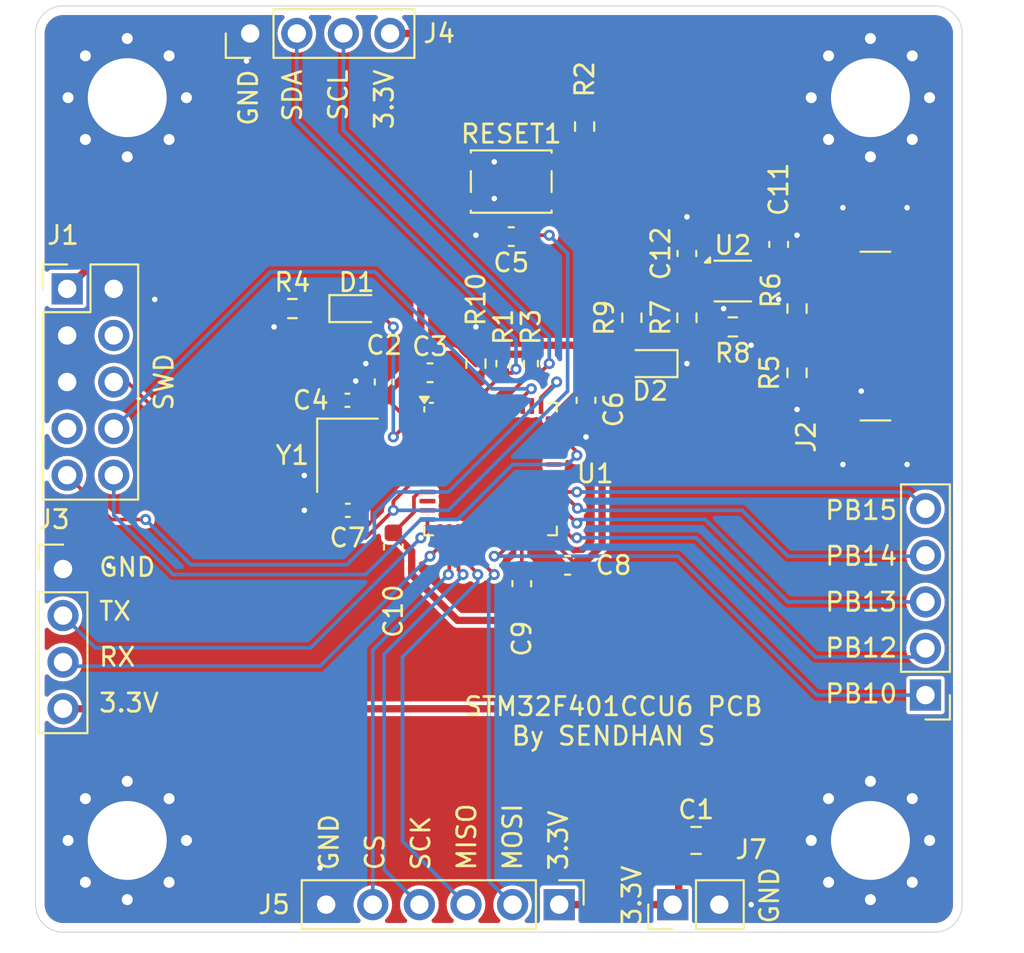
<source format=kicad_pcb>
(kicad_pcb (version 20240108) (generator "pcbnew") (generator_version "8.0")
  (title_block (title "STM32F401CCU6") (date "2026-01-14") (rev "1") (company "Sendhan S"))
  (layers (0 "F.Cu" signal) (31 "B.Cu" signal) (34 "B.Paste" user) (35 "F.Paste" user) (36 "B.SilkS" user "B.Silkscreen") (37 "F.SilkS" user "F.Silkscreen") (38 "B.Mask" user) (39 "F.Mask" user) (44 "Edge.Cuts" user))
  (net 0 "")
  (net 1 "/3V3")
  (net 2 "GND")
  (net 3 "Net-(U1-PH0)")
  (net 4 "/NRST")
  (net 5 "Net-(U1-PH1)")
  (net 6 "Net-(U1-VCAP1)")
  (net 7 "/5VUSB")
  (net 8 "/USER_LED")
  (net 9 "Net-(D1-K)")
  (net 10 "Net-(D2-A)")
  (net 11 "/SWDIO")
  (net 13 "/SWO")
  (net 14 "/SWCLK")
  (net 15 "Net-(J2-CC2)")
  (net 16 "Net-(J2-CC1)")
  (net 17 "/TX")
  (net 18 "/RX")
  (net 19 "/SCL")
  (net 20 "/SDA")
  (net 21 "/MISO")
  (net 22 "/SCK")
  (net 23 "/CS")
  (net 24 "/MOSI")
  (net 25 "/PB15")
  (net 26 "/PB10")
  (net 27 "/PB12")
  (net 28 "/PB14")
  (net 29 "/PB13")
  (net 30 "Net-(U2-FB)")
  (footprint "Resistor_SMD:R_0603_1608Metric" (layer "F.Cu") (at 124 69 90)
    (property "Reference" "R10")
    (property "Value" "10k")
  )
  (footprint "MountingHole:MountingHole_4.3mm_M4_Pad_Via" (layer "F.Cu") (at 105 95)
    (property "Reference" "H4" (hide yes))
    (property "Value" "MountingHole_Pad")
  )
  (footprint "Resistor_SMD:R_0603_1608Metric" (layer "F.Cu") (at 135.5 66.5 90)
    (property "Reference" "R7")
    (property "Value" "1M")
  )
  (footprint "Connector_PinHeader_2.54mm:PinHeader_1x05_P2.54mm_Vertical" (layer "F.Cu") (at 148.5 87.075 180)
    (property "Reference" "PB10")
    (property "Value" "Digital Output")
  )
  (footprint "Capacitor_SMD:C_0603_1608Metric" (layer "F.Cu") (at 130 71 -90)
    (property "Reference" "C6")
    (property "Value" "100nf")
  )
  (footprint "Capacitor_SMD:C_0603_1608Metric" (layer "F.Cu") (at 121.5 69.5)
    (property "Reference" "C3")
    (property "Value" "100nf")
  )
  (footprint "Package_SON:WSON-6-1EP_2x2mm_P0.65mm_EP1x1.6mm" (layer "F.Cu") (at 138 64.5)
    (property "Reference" "U2")
    (property "Value" "TLV75801PDRV" (hide yes))
  )
  (footprint "Resistor_SMD:R_0603_1608Metric" (layer "F.Cu") (at 141.5 69.5 -90)
    (property "Reference" "R5")
    (property "Value" "5.1k")
  )
  (footprint "Resistor_SMD:R_0603_1608Metric" (layer "F.Cu") (at 132.5 66.5 -90)
    (property "Reference" "R9")
    (property "Value" "5.1k")
  )
  (footprint "Resistor_SMD:R_0603_1608Metric" (layer "F.Cu") (at 129.925 56.075 90)
    (property "Reference" "R2")
    (property "Value" "10k")
  )
  (footprint "LED_SMD:LED_0603_1608Metric" (layer "F.Cu") (at 117.5 66)
    (property "Reference" "D1")
    (property "Value" "BLUE")
  )
  (footprint "Capacitor_SMD:C_0603_1608Metric" (layer "F.Cu") (at 129 80 180)
    (property "Reference" "C8")
    (property "Value" "100nf")
  )
  (footprint "Package_DFN_QFN:QFN-48-1EP_7x7mm_P0.5mm_EP5.6x5.6mm" (layer "F.Cu") (at 124.8 74.75)
    (property "Reference" "U1")
    (property "Value" "STM32F401CCUx")
  )
  (footprint "Capacitor_SMD:C_0603_1608Metric" (layer "F.Cu") (at 126.5 81 -90)
    (property "Reference" "C9")
    (property "Value" "4.7uf")
  )
  (footprint "Resistor_SMD:R_0402_1005Metric" (layer "F.Cu") (at 125.5 69 -90)
    (property "Reference" "R1")
    (property "Value" "4.7k")
  )
  (footprint "Capacitor_SMD:C_0603_1608Metric" (layer "F.Cu") (at 140.5 62.5 90)
    (property "Reference" "C11")
    (property "Value" "10uF")
  )
  (footprint "MountingHole:MountingHole_4.3mm_M4_Pad_Via" (layer "F.Cu") (at 105 54.5)
    (property "Reference" "H1" (hide yes))
    (property "Value" "MountingHole_Pad")
  )
  (footprint "Crystal:Crystal_SMD_3225-4Pin_3.2x2.5mm" (layer "F.Cu") (at 117 74 -90)
    (property "Reference" "Y1")
    (property "Value" "8MHz")
  )
  (footprint "Connector_PinHeader_2.54mm:PinHeader_1x02_P2.54mm_Vertical" (layer "F.Cu") (at 134.725 98.5 90)
    (property "Reference" "GND")
    (property "Value" "Conn_01x02_Pin" (hide yes))
  )
  (footprint "Resistor_SMD:R_0402_1005Metric" (layer "F.Cu") (at 127 69 -90)
    (property "Reference" "R3")
    (property "Value" "4.7k")
  )
  (footprint "Capacitor_SMD:C_0402_1005Metric" (layer "F.Cu") (at 117.02 77 180)
    (property "Reference" "C7")
    (property "Value" "12p")
  )
  (footprint "Button_Switch_SMD:SW_SPST_PTS810" (layer "F.Cu") (at 125.925 59.075)
    (property "Reference" "RESET1")
    (property "Value" "~")
  )
  (footprint "Capacitor_SMD:C_0603_1608Metric" (layer "F.Cu") (at 119.5 79 -90)
    (property "Reference" "C10")
    (property "Value" "100nf")
  )
  (footprint "Resistor_SMD:R_0603_1608Metric" (layer "F.Cu") (at 141.5 66 90)
    (property "Reference" "R6")
    (property "Value" "5.1k")
  )
  (footprint "Resistor_SMD:R_0603_1608Metric" (layer "F.Cu") (at 114 66)
    (property "Reference" "R4")
    (property "Value" "1.5k")
  )
  (footprint "MountingHole:MountingHole_4.3mm_M4_Pad_Via" (layer "F.Cu") (at 145.5 95)
    (property "Reference" "H3" (hide yes))
    (property "Value" "MountingHole_Pad")
  )
  (footprint "Connector_PinHeader_2.54mm:PinHeader_1x04_P2.54mm_Vertical" (layer "F.Cu") (at 101.5 80.2)
    (property "Reference" "J3" (hide yes))
    (property "Value" "USART2")
  )
  (footprint "Connector_PinHeader_2.54mm:PinHeader_2x05_P2.54mm_Vertical" (layer "F.Cu") (at 101.725 64.925)
    (property "Reference" "SWD")
    (property "Value" "SWD")
  )
  (footprint "Capacitor_SMD:C_0603_1608Metric" (layer "F.Cu") (at 135.5 63 90)
    (property "Reference" "C12")
    (property "Value" "10uF")
  )
  (footprint "MountingHole:MountingHole_4.3mm_M4_Pad_Via" (layer "F.Cu") (at 145.5 54.5)
    (property "Reference" "H2" (hide yes))
    (property "Value" "MountingHole_Pad")
  )
  (footprint "Connector_PinHeader_2.54mm:PinHeader_1x04_P2.54mm_Vertical" (layer "F.Cu") (at 111.7 51 90)
    (property "Reference" "GND")
    (property "Value" "I2C")
  )
  (footprint "Connector_PinHeader_2.54mm:PinHeader_1x06_P2.54mm_Vertical" (layer "F.Cu") (at 128.54 98.5 -90)
    (property "Reference" "3.3V")
    (property "Value" "SPI")
  )
  (footprint "Capacitor_SMD:C_0603_1608Metric" (layer "F.Cu") (at 125.925 62.075)
    (property "Reference" "C5")
    (property "Value" "0.1uf")
  )
  (footprint "Connector_USB:USB_C_Receptacle_GCT_USB4135-GF-A_6P_TopMnt_Horizontal" (layer "F.Cu") (at 147 67.5 90)
    (property "Reference" "J2")
    (property "Value" "USB_C_Receptacle_PowerOnly_6P")
  )
  (footprint "Capacitor_SMD:C_0603_1608Metric" (layer "F.Cu") (at 119 70 90)
    (property "Reference" "C2")
    (property "Value" "100nf")
  )
  (footprint "Capacitor_SMD:C_0805_2012Metric" (layer "F.Cu") (at 136 95)
    (property "Reference" "C1")
    (property "Value" "10uf")
  )
  (footprint "Resistor_SMD:R_0603_1608Metric" (layer "F.Cu") (at 138 67 180)
    (property "Reference" "R8")
    (property "Value" "200k")
  )
  (footprint "LED_SMD:LED_0603_1608Metric" (layer "F.Cu") (at 133.5 69 180)
    (property "Reference" "D2")
    (property "Value" "LED")
  )
  (footprint "Capacitor_SMD:C_0402_1005Metric" (layer "F.Cu") (at 117 71)
    (property "Reference" "C4")
    (property "Value" "12p")
  )
  (gr_arc (start 101.5 100) (mid 100.43934 99.56066) (end 100 98.5) (stroke (width 0.05)) (layer "Edge.Cuts"))
  (gr_arc (start 100 51) (mid 100.43934 49.93934) (end 101.5 49.5) (stroke (width 0.05)) (layer "Edge.Cuts"))
  (gr_line (start 100 98.5) (end 100 51) (stroke (width 0.05)) (layer "Edge.Cuts"))
  (gr_line (start 101.5 100) (end 149 100) (stroke (width 0.05)) (layer "Edge.Cuts"))
  (gr_line (start 101.5 49.5) (end 149 49.5) (stroke (width 0.05)) (layer "Edge.Cuts"))
  (gr_arc (start 150.5 98.5) (mid 150.06066 99.56066) (end 149 100) (stroke (width 0.05)) (layer "Edge.Cuts"))
  (gr_line (start 150.5 98.5) (end 150.5 51) (stroke (width 0.05)) (layer "Edge.Cuts"))
  (gr_arc (start 149 49.5) (mid 150.06066 49.93934) (end 150.5 51) (stroke (width 0.05)) (layer "Edge.Cuts"))
  (gr_text "PB12" (at 145 84.5 0) (layer "F.SilkS") (effects (font (size 1 1))))
  (gr_text "J7" (at 139 95.5 0) (layer "F.SilkS") (effects (font (size 1 1))))
  (gr_text "GND" (at 105 80.1 0) (layer "F.SilkS") (effects (font (size 1 1))))
  (gr_text "STM32F401CCU6 PCB\nBy SENDHAN S" (at 131.5 88.5 0) (layer "F.SilkS") (effects (font (size 1 1))))
  (gr_text "PB14" (at 145 79.5 0) (layer "F.SilkS") (effects (font (size 1 1))))
  (gr_text "3.3V\n" (at 119 54.595238 90) (layer "F.SilkS") (effects (font (size 1 1))))
  (gr_text "GND\n" (at 116 95.095238 90) (layer "F.SilkS") (effects (font (size 1 1))))
  (gr_text "3.3V" (at 132.5 98 90) (layer "F.SilkS") (effects (font (size 1 1))))
  (gr_text "CS\n" (at 118.5 95.642857 90) (layer "F.SilkS") (effects (font (size 1 1))))
  (gr_text "SCL\n" (at 116.5 54.357143 90) (layer "F.SilkS") (effects (font (size 1 1))))
  (gr_text "SDA\n" (at 114 54.380952 90) (layer "F.SilkS") (effects (font (size 1 1))))
  (gr_text "J5" (at 113 98.5 0) (layer "F.SilkS") (effects (font (size 1 1))))
  (gr_text "PB13" (at 145 82 0) (layer "F.SilkS") (effects (font (size 1 1))))
  (gr_text "MISO" (at 123.5 94.809524 90) (layer "F.SilkS") (effects (font (size 1 1))))
  (gr_text "3.3V\n" (at 105.095238 87.5 0) (layer "F.SilkS") (effects (font (size 1 1))))
  (gr_text "SCK" (at 121 95.142857 90) (layer "F.SilkS") (effects (font (size 1 1))))
  (gr_text "MOSI" (at 126 94.809524 90) (layer "F.SilkS") (effects (font (size 1 1))))
  (gr_text "J4" (at 122 51 0) (layer "F.SilkS") (effects (font (size 1 1))))
  (gr_text "J3" (at 101 77.5 0) (layer "F.SilkS") (effects (font (size 1 1))))
  (gr_text "RX" (at 104.452381 85 0) (layer "F.SilkS") (effects (font (size 1 1))))
  (gr_text "J1" (at 101.5 62 0) (layer "F.SilkS") (effects (font (size 1 1))))
  (gr_text "PB15" (at 145 77 0) (layer "F.SilkS") (effects (font (size 1 1))))
  (gr_text "TX\n" (at 104.333334 82.5 0) (layer "F.SilkS") (effects (font (size 1 1))))
  (segment (start 119.5 78.225) (end 120.625 77.1) (width 0.2) (layer "F.Cu") (net 1))
  (segment (start 124.05 69.875) (end 124 69.825) (width 0.2) (layer "F.Cu") (net 1))
  (segment (start 135.5 63.775) (end 137.025 63.775) (width 0.4) (layer "F.Cu") (net 1))
  (segment (start 130 70.225) (end 130.875 71.1) (width 0.4) (layer "F.Cu") (net 1))
  (segment (start 120.225 72) (end 119 70.775) (width 0.2) (layer "F.Cu") (net 1))
  (segment (start 119.6375 70.1375) (end 119 70.775) (width 0.4) (layer "F.Cu") (net 1))
  (segment (start 130 70.225) (end 130 69) (width 0.4) (layer "F.Cu") (net 1))
  (segment (start 126.25 55.25) (end 122 51) (width 0.4) (layer "F.Cu") (net 1))
  (segment (start 121 67.775) (end 121 64) (width 0.4) (layer "F.Cu") (net 1))
  (segment (start 129.925 55.25) (end 126.25 55.25) (width 0.4) (layer "F.Cu") (net 1))
  (segment (start 130.875 78.9) (end 129.775 80) (width 0.4) (layer "F.Cu") (net 1))
  (segment (start 119 62) (end 104.65 62) (width 0.4) (layer "F.Cu") (net 1))
  (segment (start 128.5 71.7375) (end 128.5 71.5) (width 0.2) (layer "F.Cu") (net 1))
  (segment (start 128.5 83) (end 123 83) (width 0.4) (layer "F.Cu") (net 1))
  (segment (start 120.5 80.5) (end 120.5 79.225) (width 0.4) (layer "F.Cu") (net 1))
  (segment (start 120.5 79.225) (end 119.5 78.225) (width 0.4) (layer "F.Cu") (net 1))
  (segment (start 129.775 80) (end 129.775 81.725) (width 0.4) (layer "F.Cu") (net 1))
  (segment (start 122.05 71.3125) (end 122.05 70.825) (width 0.2) (layer "F.Cu") (net 1))
  (segment (start 124.05 71.3125) (end 124.05 69.875) (width 0.2) (layer "F.Cu") (net 1))
  (segment (start 130.75 55.25) (end 129.925 55.25) (width 0.4) (layer "F.Cu") (net 1))
  (segment (start 122.05 70.825) (end 120.725 69.5) (width 0.2) (layer "F.Cu") (net 1))
  (segment (start 121.275 68.5) (end 120.725 69.05) (width 0.4) (layer "F.Cu") (net 1))
  (segment (start 128.5 83) (end 135.05 89.55) (width 0.4) (layer "F.Cu") (net 1))
  (segment (start 130 68.175) (end 131.0875 67.0875) (width 0.4) (layer "F.Cu") (net 1))
  (segment (start 129.775 70.225) (end 130 70.225) (width 0.2) (layer "F.Cu") (net 1))
  (segment (start 128.54 98.5) (end 134.725 98.5) (width 0.4) (layer "F.Cu") (net 1))
  (segment (start 131.5 59.775) (end 131.5 56) (width 0.4) (layer "F.Cu") (net 1))
  (segment (start 130 68.5) (end 129.5 68) (width 0.4) (layer "F.Cu") (net 1))
  (segment (start 131.5 56) (end 130.75 55.25) (width 0.4) (layer "F.Cu") (net 1))
  (segment (start 121 64) (end 119 62) (width 0.4) (layer "F.Cu") (net 1))
  (segment (start 127.6875 78.1875) (end 127.55 78.1875) (width 0.2) (layer "F.Cu") (net 1))
  (segment (start 135.05 95) (end 135.05 98.175) (width 0.4) (layer "F.Cu") (net 1))
  (segment (start 120.725 69.05) (end 120.725 69.5) (width 0.4) (layer "F.Cu") (net 1))
  (segment (start 120.275 69.5) (end 119.6375 70.1375) (width 0.4) (layer "F.Cu") (net 1))
  (segment (start 122.725 68.55) (end 124 69.825) (width 0.4) (layer "F.Cu") (net 1))
  (segment (start 101.5 87.82) (end 126.18 87.82) (width 0.4) (layer "F.Cu") (net 1))
  (segment (start 129.775 80) (end 129.5 80) (width 0.2) (layer "F.Cu") (net 1))
  (segment (start 135.5 63.775) (end 131.5 59.775) (width 0.4) (layer "F.Cu") (net 1))
  (segment (start 129.775 81.725) (end 128.5 83) (width 0.4) (layer "F.Cu") (net 1))
  (segment (start 128.2375 72) (end 128.5 71.7375) (width 0.2) (layer "F.Cu") (net 1))
  (segment (start 122 51) (end 119.32 51) (width 0.4) (layer "F.Cu") (net 1))
  (segment (start 104.65 62) (end 101.725 64.925) (width 0.4) (layer "F.Cu") (net 1))
  (segment (start 121.5 68.275) (end 121 67.775) (width 0.4) (layer "F.Cu") (net 1))
  (segment (start 135.05 89.55) (end 135.05 95) (width 0.4) (layer "F.Cu") (net 1))
  (segment (start 137.025 63.775) (end 137.1 63.85) (width 0.4) (layer "F.Cu") (net 1))
  (segment (start 120.625 77.1) (end 120.625 76.285614) (width 0.2) (layer "F.Cu") (net 1))
  (segment (start 125.335 68.49) (end 124 69.825) (width 0.4) (layer "F.Cu") (net 1))
  (segment (start 122.725 68.5) (end 121.275 68.5) (width 0.4) (layer "F.Cu") (net 1))
  (segment (start 121.3625 72) (end 120.225 72) (width 0.2) (layer "F.Cu") (net 1))
  (segment (start 122.725 68.5) (end 122.725 68.55) (width 0.4) (layer "F.Cu") (net 1))
  (segment (start 120.725 69.5) (end 120.275 69.5) (width 0.4) (layer "F.Cu") (net 1))
  (segment (start 131.0875 67.0875) (end 132.5 65.675) (width 0.4) (layer "F.Cu") (net 1))
  (segment (start 130.875 71.1) (end 130.875 78.9) (width 0.4) (layer "F.Cu") (net 1))
  (segment (start 129.75 84.25) (end 128.5 83) (width 0.4) (layer "F.Cu") (net 1))
  (segment (start 128.5 71.5) (end 129.775 70.225) (width 0.2) (layer "F.Cu") (net 1))
  (segment (start 130 69) (end 130 68.175) (width 0.4) (layer "F.Cu") (net 1))
  (segment (start 126.18 87.82) (end 129.75 84.25) (width 0.4) (layer "F.Cu") (net 1))
  (segment (start 120.625 76.285614) (end 120.910614 76) (width 0.2) (layer "F.Cu") (net 1))
  (segment (start 129.5 68) (end 127.49 68) (width 0.4) (layer "F.Cu") (net 1))
  (segment (start 127.49 68) (end 127 68.49) (width 0.4) (layer "F.Cu") (net 1))
  (segment (start 127 68.49) (end 125.5 68.49) (width 0.4) (layer "F.Cu") (net 1))
  (segment (start 123 83) (end 120.5 80.5) (width 0.4) (layer "F.Cu") (net 1))
  (segment (start 120.910614 76) (end 121.3625 76) (width 0.2) (layer "F.Cu") (net 1))
  (segment (start 135.5 63.775) (end 135.5 65.675) (width 0.4) (layer "F.Cu") (net 1))
  (segment (start 125.5 68.49) (end 125.335 68.49) (width 0.4) (layer "F.Cu") (net 1))
  (segment (start 129.5 80) (end 127.6875 78.1875) (width 0.2) (layer "F.Cu") (net 1))
  (segment (start 132.5 65.675) (end 135.5 65.675) (width 0.4) (layer "F.Cu") (net 1))
  (segment (start 135.05 98.175) (end 134.725 98.5) (width 0.4) (layer "F.Cu") (net 1))
  (segment (start 117.85 71.37) (end 117.48 71) (width 0.2) (layer "F.Cu") (net 2))
  (segment (start 117.48 71) (end 117.48 69.98) (width 0.2) (layer "F.Cu") (net 2))
  (segment (start 128.225 80) (end 127.05 78.825) (width 0.2) (layer "F.Cu") (net 2))
  (segment (start 137.1125 65.15) (end 137.1125 65.6125) (width 0.2) (layer "F.Cu") (net 2))
  (segment (start 136.95 98.185) (end 137.265 98.5) (width 0.2) (layer "F.Cu") (net 2))
  (segment (start 104.265 64.925) (end 105.925 64.925) (width 0.2) (layer "F.Cu") (net 2))
  (segment (start 122.55 69.775) (end 122.275 69.5) (width 0.2) (layer "F.Cu") (net 2))
  (segment (start 124 68.175) (end 124 67) (width 0.2) (layer "F.Cu") (net 2))
  (segment (start 129.275 72.5) (end 130 71.775) (width 0.2) (layer "F.Cu") (net 2))
  (segment (start 130 73) (end 130 71.775) (width 0.2) (layer "F.Cu") (net 2))
  (segment (start 127.05 78.825) (end 127.05 78.1875) (width 0.2) (layer "F.Cu") (net 2))
  (segment (start 125.15 62.075) (end 125.15 61.45) (width 0.2) (layer "F.Cu") (net 2))
  (segment (start 116.54 77) (end 114.65 77) (width 0.2) (layer "F.Cu") (net 2))
  (segment (start 117.85 72.9) (end 117.85 71.37) (width 0.2) (layer "F.Cu") (net 2))
  (segment (start 128.2375 72.5) (end 129.275 72.5) (width 0.2) (layer "F.Cu") (net 2))
  (segment (start 125.15 61.45) (end 123.85 60.15) (width 0.2) (layer "F.Cu") (net 2))
  (segment (start 105.925 64.925) (end 106.5 65.5) (width 0.2) (layer "F.Cu") (net 2))
  (segment (start 123.85 58) (end 123.85 60.15) (width 0.2) (layer "F.Cu") (net 2))
  (segment (start 122.55 71.3125) (end 122.55 69.775) (width 0.2) (layer "F.Cu") (net 2))
  (segment (start 101.725 70.005) (end 101.725 67.465) (width 0.2) (layer "F.Cu") (net 2))
  (segment (start 104.265 64.925) (end 101.725 67.465) (width 0.2) (layer "F.Cu") (net 2))
  (segment (start 136.95 95) (end 136.95 98.185) (width 0.4) (layer "F.Cu") (net 2))
  (segment (start 137.1125 65.6125) (end 137.5 66) (width 0.2) (layer "F.Cu") (net 2))
  (segment (start 117.48 69.98) (end 117.45 69.95) (width 0.2) (layer "F.Cu") (net 2))
  (segment (start 114.65 75.1) (end 116.15 75.1) (width 0.2) (layer "F.Cu") (net 2))
  (via (at 117.45 69.95) (size 0.6) (drill 0.3) (layers "F.Cu" "B.Cu") (net 2))
  (via (at 118 69) (size 0.6) (drill 0.3) (layers "F.Cu" "B.Cu") (net 2))
  (via (at 140.5 65.5) (size 0.6) (drill 0.3) (layers "F.Cu" "B.Cu") (net 2))
  (via (at 124 62) (size 0.6) (drill 0.3) (layers "F.Cu" "B.Cu") (net 2))
  (via (at 147.5 60.5) (size 0.6) (drill 0.3) (layers "F.Cu" "B.Cu") (net 2))
  (via (at 125 60) (size 0.6) (drill 0.3) (layers "F.Cu" "B.Cu") (net 2))
  (via (at 111.5 52.5) (size 0.6) (drill 0.3) (layers "F.Cu" "B.Cu") (net 2))
  (via (at 104 80) (size 0.6) (drill 0.3) (layers "F.Cu" "B.Cu") (net 2))
  (via (at 114.65 75.1) (size 0.6) (drill 0.3) (layers "F.Cu" "B.Cu") (net 2))
  (via (at 144 60.5) (size 0.6) (drill 0.3) (layers "F.Cu" "B.Cu") (net 2))
  (via (at 125 58) (size 0.6) (drill 0.3) (layers "F.Cu" "B.Cu") (net 2))
  (via (at 114.65 77) (size 0.6) (drill 0.3) (layers "F.Cu" "B.Cu") (net 2))
  (via (at 139 98.5) (size 0.6) (drill 0.3) (layers "F.Cu" "B.Cu") (net 2))
  (via (at 115.5 96.5) (size 0.6) (drill 0.3) (layers "F.Cu" "B.Cu") (net 2))
  (via (at 144 74.5) (size 0.6) (drill 0.3) (layers "F.Cu" "B.Cu") (net 2))
  (via (at 137.5 66) (size 0.6) (drill 0.3) (layers "F.Cu" "B.Cu") (net 2))
  (via (at 124 67) (size 0.6) (drill 0.3) (layers "F.Cu" "B.Cu") (net 2))
  (via (at 147.5 74.5) (size 0.6) (drill 0.3) (layers "F.Cu" "B.Cu") (net 2))
  (via (at 113 67) (size 0.6) (drill 0.3) (layers "F.Cu" "B.Cu") (net 2))
  (via (at 135.5 69) (size 0.6) (drill 0.3) (layers "F.Cu" "B.Cu") (net 2))
  (via (at 106.5 65.5) (size 0.6) (drill 0.3) (layers "F.Cu" "B.Cu") (net 2))
  (via (at 141.5 71.5) (size 0.6) (drill 0.3) (layers "F.Cu" "B.Cu") (net 2))
  (via (at 130 73) (size 0.6) (drill 0.3) (layers "F.Cu" "B.Cu") (net 2))
  (via (at 141.5 62) (size 0.6) (drill 0.3) (layers "F.Cu" "B.Cu") (net 2))
  (via (at 145 70.5) (size 0.6) (drill 0.3) (layers "F.Cu" "B.Cu") (net 2))
  (via (at 139 68) (size 0.6) (drill 0.3) (layers "F.Cu" "B.Cu") (net 2))
  (via (at 135.5 61) (size 0.6) (drill 0.3) (layers "F.Cu" "B.Cu") (net 2))
  (segment (start 116.15 72.9) (end 116.15 71.37) (width 0.2) (layer "F.Cu") (net 3))
  (segment (start 116.15 71.37) (end 116.52 71) (width 0.2) (layer "F.Cu") (net 3))
  (segment (start 116.15 73.15) (end 117 74) (width 0.2) (layer "F.Cu") (net 3))
  (segment (start 116.15 72.9) (end 116.15 73.15) (width 0.2) (layer "F.Cu") (net 3))
  (segment (start 117 74) (end 121.3625 74) (width 0.2) (layer "F.Cu") (net 3))
  (segment (start 107.5 72.5) (end 105.005 70.005) (width 0.2) (layer "F.Cu") (net 4))
  (segment (start 120.625 75.285614) (end 120.625 75.375) (width 0.2) (layer "F.Cu") (net 4))
  (segment (start 121.3625 75) (end 120.910614 75) (width 0.2) (layer "F.Cu") (net 4))
  (segment (start 126.7 62.075) (end 126.7 61.45) (width 0.2) (layer "F.Cu") (net 4))
  (segment (start 128 59.5) (end 128 60.15) (width 0.2) (layer "F.Cu") (net 4))
  (segment (start 105.005 70.005) (end 104.265 70.005) (width 0.2) (layer "F.Cu") (net 4))
  (segment (start 129.925 57.575) (end 129.925 56.9) (width 0.2) (layer "F.Cu") (net 4))
  (segment (start 119.5 77) (end 118 78.5) (width 0.2) (layer "F.Cu") (net 4))
  (segment (start 120.910614 75) (end 120.625 75.285614) (width 0.2) (layer "F.Cu") (net 4))
  (segment (start 120.625 75.375) (end 119.5 76.5) (width 0.2) (layer "F.Cu") (net 4))
  (segment (start 126.775 62) (end 126.7 62.075) (width 0.2) (layer "F.Cu") (net 4))
  (segment (start 107.5 77) (end 107.5 72.5) (width 0.2) (layer "F.Cu") (net 4))
  (segment (start 118 78.5) (end 109 78.5) (width 0.2) (layer "F.Cu") (net 4))
  (segment (start 128 58) (end 128 59.5) (width 0.2) (layer "F.Cu") (net 4))
  (segment (start 128 59.5) (end 129.925 57.575) (width 0.2) (layer "F.Cu") (net 4))
  (segment (start 109 78.5) (end 107.5 77) (width 0.2) (layer "F.Cu") (net 4))
  (segment (start 128 62) (end 126.775 62) (width 0.2) (layer "F.Cu") (net 4))
  (segment (start 119.5 76.5) (end 119.5 77) (width 0.2) (layer "F.Cu") (net 4))
  (segment (start 126.7 61.45) (end 128 60.15) (width 0.2) (layer "F.Cu") (net 4))
  (via (at 128 62) (size 0.6) (drill 0.3) (layers "F.Cu" "B.Cu") (net 4))
  (via (at 119.5 77) (size 0.6) (drill 0.3) (layers "F.Cu" "B.Cu") (net 4))
  (segment (start 129 63) (end 128 62) (width 0.2) (layer "B.Cu") (net 4))
  (segment (start 122.5 77) (end 129 70.5) (width 0.2) (layer "B.Cu") (net 4))
  (segment (start 119.5 77) (end 122.5 77) (width 0.2) (layer "B.Cu") (net 4))
  (segment (start 129 70.5) (end 129 63) (width 0.2) (layer "B.Cu") (net 4))
  (segment (start 117.85 76.65) (end 117.5 77) (width 0.2) (layer "F.Cu") (net 5))
  (segment (start 117.85 75.1) (end 117.85 76.65) (width 0.2) (layer "F.Cu") (net 5))
  (segment (start 117.85 75.1) (end 118.45 74.5) (width 0.2) (layer "F.Cu") (net 5))
  (segment (start 118.45 74.5) (end 121.3625 74.5) (width 0.2) (layer "F.Cu") (net 5))
  (segment (start 126.5 80.225) (end 126.5 78.2375) (width 0.2) (layer "F.Cu") (net 6))
  (segment (start 126.5 78.2375) (end 126.55 78.1875) (width 0.2) (layer "F.Cu") (net 6))
  (segment (start 139.475 63.275) (end 138.9 63.85) (width 0.4) (layer "F.Cu") (net 7))
  (segment (start 140.5 63.275) (end 140.5 63.788366) (width 0.4) (layer "F.Cu") (net 7))
  (segment (start 140.5 63.788366) (end 139.138366 65.15) (width 0.4) (layer "F.Cu") (net 7))
  (segment (start 146 68.5) (end 145.48 69.02) (width 0.4) (layer "F.Cu") (net 7))
  (segment (start 143.9675 65.98) (end 144.5675 65.98) (width 0.4) (layer "F.Cu") (net 7))
  (segment (start 144.5875 66) (end 145.5 66) (width 0.4) (layer "F.Cu") (net 7))
  (segment (start 144.5675 65.98) (end 144.5875 66) (width 0.4) (layer "F.Cu") (net 7))
  (segment (start 145.5 66) (end 146 66.5) (width 0.4) (layer "F.Cu") (net 7))
  (segment (start 146 67) (end 146 68.5) (width 0.4) (layer "F.Cu") (net 7))
  (segment (start 141.175 63.95) (end 140.5 63.275) (width 0.4) (layer "F.Cu") (net 7))
  (segment (start 139.138366 65.15) (end 138.9 65.15) (width 0.4) (layer "F.Cu") (net 7))
  (segment (start 140.5 63.275) (end 139.475 63.275) (width 0.4) (layer "F.Cu") (net 7))
  (segment (start 146 67) (end 146 65.32843) (width 0.4) (layer "F.Cu") (net 7))
  (segment (start 146 66.5) (end 146 67) (width 0.4) (layer "F.Cu") (net 7))
  (segment (start 145.48 69.02) (end 143.9675 69.02) (width 0.4) (layer "F.Cu") (net 7))
  (segment (start 146 65.32843) (end 144.62157 63.95) (width 0.4) (layer "F.Cu") (net 7))
  (segment (start 144.62157 63.95) (end 141.175 63.95) (width 0.4) (layer "F.Cu") (net 7))
  (segment (start 118.2875 66) (end 118.5 66) (width 0.2) (layer "F.Cu") (net 8))
  (segment (start 119.525935 73) (end 119.5 73) (width 0.2) (layer "F.Cu") (net 8))
  (segment (start 120.025935 72.5) (end 119.525935 73) (width 0.2) (layer "F.Cu") (net 8))
  (segment (start 121.3625 72.5) (end 120.025935 72.5) (width 0.2) (layer "F.Cu") (net 8))
  (segment (start 118.5 66) (end 119.5 67) (width 0.2) (layer "F.Cu") (net 8))
  (via (at 119.5 67) (size 0.6) (drill 0.3) (layers "F.Cu" "B.Cu") (net 8))
  (via (at 119.5 73) (size 0.6) (drill 0.3) (layers "F.Cu" "B.Cu") (net 8))
  (segment (start 119.5 73) (end 119.5 67) (width 0.2) (layer "B.Cu") (net 8))
  (segment (start 114.825 66) (end 116.7125 66) (width 0.2) (layer "F.Cu") (net 9))
  (segment (start 132.5 68.7875) (end 132.7125 69) (width 0.2) (layer "F.Cu") (net 10))
  (segment (start 132.7125 69) (end 132.7125 67.5375) (width 0.4) (layer "F.Cu") (net 10))
  (segment (start 132.7125 67.5375) (end 132.5 67.325) (width 0.4) (layer "F.Cu") (net 10))
  (segment (start 128.2375 73) (end 128.689386 73) (width 0.2) (layer "F.Cu") (net 11))
  (segment (start 129.5 73.810614) (end 129.5 74) (width 0.2) (layer "F.Cu") (net 11))
  (segment (start 128.689386 73) (end 129.5 73.810614) (width 0.2) (layer "F.Cu") (net 11))
  (via (at 129.5 74) (size 0.6) (drill 0.3) (layers "F.Cu" "B.Cu") (net 11))
  (segment (start 129 74.5) (end 126 74.5) (width 0.2) (layer "B.Cu") (net 11))
  (segment (start 104.265 77.265) (end 104.265 75.085) (width 0.2) (layer "B.Cu") (net 11))
  (segment (start 126 74.5) (end 123 77.5) (width 0.2) (layer "B.Cu") (net 11))
  (segment (start 129.5 74) (end 129 74.5) (width 0.2) (layer "B.Cu") (net 11))
  (segment (start 123 77.5) (end 121 77.5) (width 0.2) (layer "B.Cu") (net 11))
  (segment (start 107.5 80.5) (end 104.265 77.265) (width 0.2) (layer "B.Cu") (net 11))
  (segment (start 118 80.5) (end 107.5 80.5) (width 0.2) (layer "B.Cu") (net 11))
  (segment (start 121 77.5) (end 118 80.5) (width 0.2) (layer "B.Cu") (net 11))
  (segment (start 126.55 71.3125) (end 126.55 70.844366) (width 0.2) (layer "F.Cu") (net 13))
  (segment (start 126.55 70.844366) (end 127.019365 70.375001) (width 0.2) (layer "F.Cu") (net 13))
  (via (at 127.019365 70.375001) (size 0.6) (drill 0.3) (layers "F.Cu" "B.Cu") (net 13))
  (segment (start 124.875001 70.375001) (end 118.5 64) (width 0.2) (layer "B.Cu") (net 13))
  (segment (start 127.019365 70.375001) (end 124.875001 70.375001) (width 0.2) (layer "B.Cu") (net 13))
  (segment (start 112.81 64) (end 104.265 72.545) (width 0.2) (layer "B.Cu") (net 13))
  (segment (start 118.5 64) (end 112.81 64) (width 0.2) (layer "B.Cu") (net 13))
  (segment (start 106 77.5) (end 104.14 77.5) (width 0.2) (layer "F.Cu") (net 14))
  (segment (start 127.55 71.3125) (end 127.55 70.85) (width 0.2) (layer "F.Cu") (net 14))
  (segment (start 127.55 70.85) (end 128.4 70) (width 0.2) (layer "F.Cu") (net 14))
  (segment (start 104.14 77.5) (end 101.725 75.085) (width 0.2) (layer "F.Cu") (net 14))
  (via (at 128.4 70) (size 0.6) (drill 0.3) (layers "F.Cu" "B.Cu") (net 14))
  (via (at 106 77.5) (size 0.6) (drill 0.3) (layers "F.Cu" "B.Cu") (net 14))
  (segment (start 118.467157 77.184314) (end 118.467157 78.467157) (width 0.2) (layer "B.Cu") (net 14))
  (segment (start 128.4 70.1) (end 122.5 76) (width 0.2) (layer "B.Cu") (net 14))
  (segment (start 122.5 76) (end 119.651471 76) (width 0.2) (layer "B.Cu") (net 14))
  (segment (start 128.4 70) (end 128.4 70.1) (width 0.2) (layer "B.Cu") (net 14))
  (segment (start 119.651471 76) (end 118.467157 77.184314) (width 0.2) (layer "B.Cu") (net 14))
  (segment (start 108.467157 79.967157) (end 106 77.5) (width 0.2) (layer "B.Cu") (net 14))
  (segment (start 116.967157 79.967157) (end 108.467157 79.967157) (width 0.2) (layer "B.Cu") (net 14))
  (segment (start 118.467157 78.467157) (end 116.967157 79.967157) (width 0.2) (layer "B.Cu") (net 14))
  (segment (start 141.5 66.825) (end 143.7925 66.825) (width 0.2) (layer "F.Cu") (net 15))
  (segment (start 143.7925 66.825) (end 143.9675 67) (width 0.2) (layer "F.Cu") (net 15))
  (segment (start 141.5 68.675) (end 142.175 68) (width 0.2) (layer "F.Cu") (net 16))
  (segment (start 142.175 68) (end 143.9675 68) (width 0.2) (layer "F.Cu") (net 16))
  (segment (start 121.3625 77.5) (end 121.3625 78.1375) (width 0.2) (layer "F.Cu") (net 17))
  (segment (start 121.3625 78.1375) (end 121 78.5) (width 0.2) (layer "F.Cu") (net 17))
  (via (at 121 78.5) (size 0.6) (drill 0.3) (layers "F.Cu" "B.Cu") (net 17))
  (segment (start 115 84.5) (end 103.26 84.5) (width 0.2) (layer "B.Cu") (net 17))
  (segment (start 103.26 84.5) (end 101.5 82.74) (width 0.2) (layer "B.Cu") (net 17))
  (segment (start 121 78.5) (end 115 84.5) (width 0.2) (layer "B.Cu") (net 17))
  (segment (start 121.5 79.5) (end 122.05 78.95) (width 0.2) (layer "F.Cu") (net 18))
  (segment (start 122.05 78.95) (end 122.05 78.1875) (width 0.2) (layer "F.Cu") (net 18))
  (via (at 121.5 79.5) (size 0.6) (drill 0.3) (layers "F.Cu" "B.Cu") (net 18))
  (segment (start 121.5 79.5) (end 115.5 85.5) (width 0.2) (layer "B.Cu") (net 18))
  (segment (start 115.5 85.5) (end 101.72 85.5) (width 0.2) (layer "B.Cu") (net 18))
  (segment (start 101.72 85.5) (end 101.5 85.28) (width 0.2) (layer "B.Cu") (net 18))
  (segment (start 125.335614 70.575) (end 125.935 70.575) (width 0.2) (layer "F.Cu") (net 19))
  (segment (start 125.05 71.3125) (end 125.05 70.860614) (width 0.2) (layer "F.Cu") (net 19))
  (segment (start 125.05 70.860614) (end 125.335614 70.575) (width 0.2) (layer "F.Cu") (net 19))
  (segment (start 127.49 69.51) (end 128 69) (width 0.2) (layer "F.Cu") (net 19))
  (segment (start 127 69.51) (end 127.49 69.51) (width 0.2) (layer "F.Cu") (net 19))
  (segment (start 125.935 70.575) (end 127 69.51) (width 0.2) (layer "F.Cu") (net 19))
  (via (at 128 69) (size 0.6) (drill 0.3) (layers "F.Cu" "B.Cu") (net 19))
  (segment (start 128 67.5) (end 116.78 56.28) (width 0.2) (layer "B.Cu") (net 19))
  (segment (start 128 69) (end 128 67.5) (width 0.2) (layer "B.Cu") (net 19))
  (segment (start 116.78 56.28) (end 116.78 51) (width 0.2) (layer "B.Cu") (net 19))
  (segment (start 125.5 69.512648) (end 125.5 69.51) (width 0.2) (layer "F.Cu") (net 20))
  (segment (start 124.55 70.462648) (end 125.5 69.512648) (width 0.2) (layer "F.Cu") (net 20))
  (segment (start 125.5 69.51) (end 125.973711 69.51) (width 0.2) (layer "F.Cu") (net 20))
  (segment (start 124.55 71.3125) (end 124.55 70.462648) (width 0.2) (layer "F.Cu") (net 20))
  (segment (start 125.973711 69.51) (end 126.183837 69.299874) (width 0.2) (layer "F.Cu") (net 20))
  (via (at 126.183837 69.299874) (size 0.6) (drill 0.3) (layers "F.Cu" "B.Cu") (net 20))
  (segment (start 126.183837 67.683837) (end 114.24 55.74) (width 0.2) (layer "B.Cu") (net 20))
  (segment (start 114.24 55.74) (end 114.24 51) (width 0.2) (layer "B.Cu") (net 20))
  (segment (start 126.183837 69.299874) (end 126.183837 67.683837) (width 0.2) (layer "B.Cu") (net 20))
  (segment (start 124.100006 80.451474) (end 124.100006 80.5) (width 0.2) (layer "F.Cu") (net 21))
  (segment (start 123.55 78.1875) (end 123.55 79.901468) (width 0.2) (layer "F.Cu") (net 21))
  (segment (start 123.55 79.901468) (end 124.100006 80.451474) (width 0.2) (layer "F.Cu") (net 21))
  (via (at 124.100006 80.5) (size 0.6) (drill 0.3) (layers "F.Cu" "B.Cu") (net 21))
  (segment (start 120 95.04) (end 123.46 98.5) (width 0.2) (layer "B.Cu") (net 21))
  (segment (start 124.100006 80.5) (end 124.100006 80.899994) (width 0.2) (layer "B.Cu") (net 21))
  (segment (start 124.100006 80.899994) (end 120 85) (width 0.2) (layer "B.Cu") (net 21))
  (segment (start 120 85) (end 120 95.04) (width 0.2) (layer "B.Cu") (net 21))
  (segment (start 123.05 80.249997) (end 123.300003 80.5) (width 0.2) (layer "F.Cu") (net 22))
  (segment (start 123.05 78.1875) (end 123.05 80.249997) (width 0.2) (layer "F.Cu") (net 22))
  (via (at 123.300003 80.5) (size 0.6) (drill 0.3) (layers "F.Cu" "B.Cu") (net 22))
  (segment (start 123.300003 80.5) (end 123.300003 80.548526) (width 0.2) (layer "B.Cu") (net 22))
  (segment (start 119 96.58) (end 120.92 98.5) (width 0.2) (layer "B.Cu") (net 22))
  (segment (start 123.300003 80.548526) (end 119 84.848529) (width 0.2) (layer "B.Cu") (net 22))
  (segment (start 119 84.848529) (end 119 96.58) (width 0.2) (layer "B.Cu") (net 22))
  (segment (start 122.55 78.1875) (end 122.55 80.45) (width 0.2) (layer "F.Cu") (net 23))
  (segment (start 122.55 80.45) (end 122.5 80.5) (width 0.2) (layer "F.Cu") (net 23))
  (via (at 122.5 80.5) (size 0.6) (drill 0.3) (layers "F.Cu" "B.Cu") (net 23))
  (segment (start 118.38 84.62) (end 118.38 98.5) (width 0.2) (layer "B.Cu") (net 23))
  (segment (start 122.5 80.5) (end 118.38 84.62) (width 0.2) (layer "B.Cu") (net 23))
  (segment (start 124.05 78.1875) (end 124.05 79.55) (width 0.2) (layer "F.Cu") (net 24))
  (segment (start 124.05 79.55) (end 125 80.5) (width 0.2) (layer "F.Cu") (net 24))
  (via (at 125 80.5) (size 0.6) (drill 0.3) (layers "F.Cu" "B.Cu") (net 24))
  (segment (start 124.700006 80.799994) (end 124.700006 97.200006) (width 0.2) (layer "B.Cu") (net 24))
  (segment (start 124.700006 97.200006) (end 126 98.5) (width 0.2) (layer "B.Cu") (net 24))
  (segment (start 125 80.5) (end 124.700006 80.799994) (width 0.2) (layer "B.Cu") (net 24))
  (segment (start 128.2375 76) (end 129.5 76) (width 0.2) (layer "F.Cu") (net 25))
  (via (at 129.5 76) (size 0.6) (drill 0.3) (layers "F.Cu" "B.Cu") (net 25))
  (segment (start 129.5 76) (end 147.585 76) (width 0.2) (layer "B.Cu") (net 25))
  (segment (start 147.585 76) (end 148.5 76.915) (width 0.2) (layer "B.Cu") (net 25))
  (segment (start 125.189386 79.5) (end 125 79.5) (width 0.2) (layer "F.Cu") (net 26))
  (segment (start 126.05 78.1875) (end 126.05 78.639386) (width 0.2) (layer "F.Cu") (net 26))
  (segment (start 126.05 78.639386) (end 125.189386 79.5) (width 0.2) (layer "F.Cu") (net 26))
  (via (at 125 79.5) (size 0.6) (drill 0.3) (layers "F.Cu" "B.Cu") (net 26))
  (segment (start 142.575 87.075) (end 148.5 87.075) (width 0.2) (layer "B.Cu") (net 26))
  (segment (start 135 79.5) (end 142.575 87.075) (width 0.2) (layer "B.Cu") (net 26))
  (segment (start 125 79.5) (end 135 79.5) (width 0.2) (layer "B.Cu") (net 26))
  (segment (start 129.2375 78.5) (end 128.2375 77.5) (width 0.2) (layer "F.Cu") (net 27))
  (segment (start 129.5 78.5) (end 129.2375 78.5) (width 0.2) (layer "F.Cu") (net 27))
  (via (at 129.5 78.5) (size 0.6) (drill 0.3) (layers "F.Cu" "B.Cu") (net 27))
  (segment (start 148.035 85) (end 148.5 84.535) (width 0.2) (layer "B.Cu") (net 27))
  (segment (start 142.5 85) (end 148.035 85) (width 0.2) (layer "B.Cu") (net 27))
  (segment (start 129.5 78.5) (end 136 78.5) (width 0.2) (layer "B.Cu") (net 27))
  (segment (start 136 78.5) (end 142.5 85) (width 0.2) (layer "B.Cu") (net 27))
  (segment (start 129.534305 76.882834) (end 129.151471 76.5) (width 0.2) (layer "F.Cu") (net 28))
  (segment (start 129.151471 76.5) (end 128.2375 76.5) (width 0.2) (layer "F.Cu") (net 28))
  (segment (start 129.534305 76.885772) (end 129.534305 76.882834) (width 0.2) (layer "F.Cu") (net 28))
  (via (at 129.534305 76.885772) (size 0.6) (drill 0.3) (layers "F.Cu" "B.Cu") (net 28))
  (segment (start 129.534305 76.885772) (end 129.648533 77) (width 0.2) (layer "B.Cu") (net 28))
  (segment (start 141 79.5) (end 148.455 79.5) (width 0.2) (layer "B.Cu") (net 28))
  (segment (start 129.648533 77) (end 138.5 77) (width 0.2) (layer "B.Cu") (net 28))
  (segment (start 138.5 77) (end 141 79.5) (width 0.2) (layer "B.Cu") (net 28))
  (segment (start 148.455 79.5) (end 148.5 79.455) (width 0.2) (layer "B.Cu") (net 28))
  (segment (start 128.800003 77) (end 129.5 77.699997) (width 0.2) (layer "F.Cu") (net 29))
  (segment (start 128.2375 77) (end 128.800003 77) (width 0.2) (layer "F.Cu") (net 29))
  (via (at 129.5 77.699997) (size 0.6) (drill 0.3) (layers "F.Cu" "B.Cu") (net 29))
  (segment (start 136.5 77.5) (end 140.995 81.995) (width 0.2) (layer "B.Cu") (net 29))
  (segment (start 129.5 77.699997) (end 129.699997 77.5) (width 0.2) (layer "B.Cu") (net 29))
  (segment (start 129.699997 77.5) (end 136.5 77.5) (width 0.2) (layer "B.Cu") (net 29))
  (segment (start 140.995 81.995) (end 148.5 81.995) (width 0.2) (layer "B.Cu") (net 29))
  (segment (start 136.85 67.325) (end 137.175 67) (width 0.4) (layer "F.Cu") (net 30))
  (segment (start 136.5 64.861634) (end 136.861634 64.5) (width 0.4) (layer "F.Cu") (net 30))
  (segment (start 136.925001 64.5) (end 137.1125 64.5) (width 0.2) (layer "F.Cu") (net 30))
  (segment (start 136.5 66.325) (end 136.5 64.861634) (width 0.4) (layer "F.Cu") (net 30))
  (segment (start 135.5 67.325) (end 136.85 67.325) (width 0.4) (layer "F.Cu") (net 30))
  (segment (start 136.861634 64.5) (end 137.1 64.5) (width 0.4) (layer "F.Cu") (net 30))
  (segment (start 135.5 67.325) (end 136.5 66.325) (width 0.4) (layer "F.Cu") (net 30))
  (zone (net 0) (net_name "") (layer "F.Cu") (connect_pads yes (clearance 0)) (min_thickness 0.25)
    (keepout (tracks allowed) (vias allowed) (pads allowed) (copperpour not_allowed) (footprints allowed))
    (fill (thermal_gap 0.5) (thermal_bridge_width 0.5))
    (polygon (pts (xy 115.35 70.45) (xy 115.35 77.6) (xy 118.25 77.55) (xy 118.25 76.1) (xy 118.9 76.1) (xy 118.9 74.75) (xy 120.6 74.75) (xy 120.6 73.75) (xy 118.9 73.75) (xy 118.9 71.85) (xy 118.3 71.5) (xy 118.25 70.45)))
  )
  (zone (net 2) (net_name "GND") (layers "F&B.Cu") (connect_pads yes (clearance 0.2)) (min_thickness 0.25) (fill yes (thermal_gap 0.5) (thermal_bridge_width 0.5))
    (polygon (pts (xy 100 51) (xy 101.5 49.5) (xy 149 49.5) (xy 150.5 51) (xy 150.5 98.5) (xy 149 100) (xy 101.5 100) (xy 100 98.5)))
  )
)
</source>
